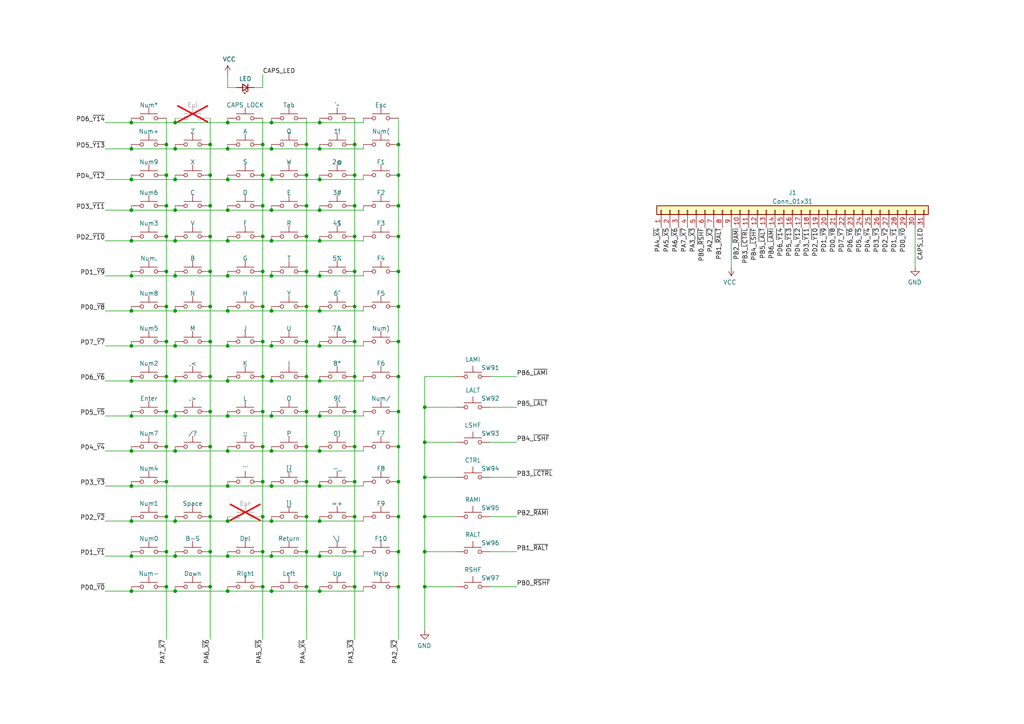
<source format=kicad_sch>
(kicad_sch (version 20230121) (generator eeschema)
  (paper "A4")
  (lib_symbols
    (symbol "Connector_Generic:Conn_01x31" (pin_names (offset 1.016) hide)
      (property "Reference" "J" (at 0 40.64 0))
      (property "Value" "Conn_01x31" (at 0 -40.64 0))
      (symbol "Conn_01x31_1_1"
        (pin passive line (at -5.08 38.1 0) (length 3.81) (name "Pin_1") (number "1"))
        (pin passive line (at -5.08 15.24 0) (length 3.81) (name "Pin_10") (number "10"))
        (pin passive line (at -5.08 12.7 0) (length 3.81) (name "Pin_11") (number "11"))
        (pin passive line (at -5.08 10.16 0) (length 3.81) (name "Pin_12") (number "12"))
        (pin passive line (at -5.08 7.62 0) (length 3.81) (name "Pin_13") (number "13"))
        (pin passive line (at -5.08 5.08 0) (length 3.81) (name "Pin_14") (number "14"))
        (pin passive line (at -5.08 2.54 0) (length 3.81) (name "Pin_15") (number "15"))
        (pin passive line (at -5.08 0 0) (length 3.81) (name "Pin_16") (number "16"))
        (pin passive line (at -5.08 -2.54 0) (length 3.81) (name "Pin_17") (number "17"))
        (pin passive line (at -5.08 -5.08 0) (length 3.81) (name "Pin_18") (number "18"))
        (pin passive line (at -5.08 -7.62 0) (length 3.81) (name "Pin_19") (number "19"))
        (pin passive line (at -5.08 35.56 0) (length 3.81) (name "Pin_2") (number "2"))
        (pin passive line (at -5.08 -10.16 0) (length 3.81) (name "Pin_20") (number "20"))
        (pin passive line (at -5.08 -12.7 0) (length 3.81) (name "Pin_21") (number "21"))
        (pin passive line (at -5.08 -15.24 0) (length 3.81) (name "Pin_22") (number "22"))
        (pin passive line (at -5.08 -17.78 0) (length 3.81) (name "Pin_23") (number "23"))
        (pin passive line (at -5.08 -20.32 0) (length 3.81) (name "Pin_24") (number "24"))
        (pin passive line (at -5.08 -22.86 0) (length 3.81) (name "Pin_25") (number "25"))
        (pin passive line (at -5.08 -25.4 0) (length 3.81) (name "Pin_26") (number "26"))
        (pin passive line (at -5.08 -27.94 0) (length 3.81) (name "Pin_27") (number "27"))
        (pin passive line (at -5.08 -30.48 0) (length 3.81) (name "Pin_28") (number "28"))
        (pin passive line (at -5.08 -33.02 0) (length 3.81) (name "Pin_29") (number "29"))
        (pin passive line (at -5.08 33.02 0) (length 3.81) (name "Pin_3") (number "3"))
        (pin passive line (at -5.08 -35.56 0) (length 3.81) (name "Pin_30") (number "30"))
        (pin passive line (at -5.08 -38.1 0) (length 3.81) (name "Pin_31") (number "31"))
        (pin passive line (at -5.08 30.48 0) (length 3.81) (name "Pin_4") (number "4"))
        (pin passive line (at -5.08 27.94 0) (length 3.81) (name "Pin_5") (number "5"))
        (pin passive line (at -5.08 25.4 0) (length 3.81) (name "Pin_6") (number "6"))
        (pin passive line (at -5.08 22.86 0) (length 3.81) (name "Pin_7") (number "7"))
        (pin passive line (at -5.08 20.32 0) (length 3.81) (name "Pin_8") (number "8"))
        (pin passive line (at -5.08 17.78 0) (length 3.81) (name "Pin_9") (number "9"))
      )
    )
    (symbol "Device:LED_Small" (pin_numbers hide) (pin_names (offset 0.254) hide)
      (property "Reference" "D" (at -1.27 3.175 0))
      (property "Value" "LED_Small" (at -4.445 -2.54 0))
      (symbol "LED_Small_1_1"
        (pin passive line (at -2.54 0 0) (length 1.778) (name "K") (number "1"))
        (pin passive line (at 2.54 0 180) (length 1.778) (name "A") (number "2"))
      )
    )
    (symbol "Switch:SW_Push" (pin_numbers hide) (pin_names (offset 1.016) hide)
      (property "Reference" "SW" (at 1.27 2.54 0))
      (property "Value" "SW_Push" (at 0 -1.524 0))
      (symbol "SW_Push_0_1"
        (pin passive line (at -5.08 0 0) (length 2.54) (name "1") (number "1"))
        (pin passive line (at 5.08 0 180) (length 2.54) (name "2") (number "2"))
      )
    )
    (symbol "power:GND" (power) (pin_names (offset 0))
      (property "Value" "GND" (at 0 -3.81 0))
      (symbol "GND_1_1"
        (pin power_in line (at 0 0 270) (length 0) hide (name "GND") (number "1"))
      )
    )
    (symbol "power:VCC" (power) (pin_names (offset 0))
      (property "Value" "VCC" (at 0 3.81 0))
      (symbol "VCC_1_1"
        (pin power_in line (at 0 0 90) (length 0) hide (name "VCC") (number "1"))
      )
    )
  )
  (junction (at 66.04 52.07))
  (junction (at 38.1 52.07))
  (junction (at 92.71 161.29))
  (junction (at 50.8 60.96))
  (junction (at 92.71 52.07))
  (junction (at 92.71 35.56))
  (junction (at 60.96 41.91))
  (junction (at 92.71 43.18))
  (junction (at 48.26 119.38))
  (junction (at 38.1 151.13))
  (junction (at 92.71 130.81))
  (junction (at 66.04 140.97))
  (junction (at 92.71 110.49))
  (junction (at 123.19 160.02))
  (junction (at 92.71 90.17))
  (junction (at 76.2 99.06))
  (junction (at 66.04 100.33))
  (junction (at 88.9 170.18))
  (junction (at 48.26 99.06))
  (junction (at 76.2 59.69))
  (junction (at 115.57 88.9))
  (junction (at 92.71 140.97))
  (junction (at 60.96 59.69))
  (junction (at 92.71 151.13))
  (junction (at 60.96 119.38))
  (junction (at 88.9 41.91))
  (junction (at 78.74 161.29))
  (junction (at 50.8 110.49))
  (junction (at 66.04 161.29))
  (junction (at 102.87 88.9))
  (junction (at 66.04 110.49))
  (junction (at 88.9 68.58))
  (junction (at 60.96 160.02))
  (junction (at 66.04 80.01))
  (junction (at 60.96 129.54))
  (junction (at 78.74 110.49))
  (junction (at 66.04 35.56))
  (junction (at 88.9 119.38))
  (junction (at 92.71 80.01))
  (junction (at 123.19 128.27))
  (junction (at 102.87 78.74))
  (junction (at 78.74 171.45))
  (junction (at 60.96 50.8))
  (junction (at 102.87 139.7))
  (junction (at 48.26 170.18))
  (junction (at 50.8 35.56))
  (junction (at 92.71 171.45))
  (junction (at 50.8 52.07))
  (junction (at 66.04 69.85))
  (junction (at 92.71 120.65))
  (junction (at 115.57 149.86))
  (junction (at 88.9 109.22))
  (junction (at 50.8 120.65))
  (junction (at 66.04 151.13))
  (junction (at 115.57 109.22))
  (junction (at 78.74 90.17))
  (junction (at 48.26 160.02))
  (junction (at 76.2 119.38))
  (junction (at 102.87 170.18))
  (junction (at 76.2 129.54))
  (junction (at 88.9 78.74))
  (junction (at 38.1 120.65))
  (junction (at 60.96 99.06))
  (junction (at 78.74 130.81))
  (junction (at 38.1 90.17))
  (junction (at 115.57 41.91))
  (junction (at 78.74 43.18))
  (junction (at 102.87 109.22))
  (junction (at 92.71 60.96))
  (junction (at 92.71 100.33))
  (junction (at 88.9 160.02))
  (junction (at 78.74 52.07))
  (junction (at 88.9 129.54))
  (junction (at 66.04 171.45))
  (junction (at 48.26 139.7))
  (junction (at 50.8 90.17))
  (junction (at 123.19 138.43))
  (junction (at 123.19 170.18))
  (junction (at 88.9 99.06))
  (junction (at 78.74 60.96))
  (junction (at 38.1 171.45))
  (junction (at 50.8 100.33))
  (junction (at 102.87 129.54))
  (junction (at 102.87 41.91))
  (junction (at 102.87 119.38))
  (junction (at 78.74 69.85))
  (junction (at 66.04 120.65))
  (junction (at 38.1 140.97))
  (junction (at 76.2 160.02))
  (junction (at 60.96 170.18))
  (junction (at 48.26 50.8))
  (junction (at 76.2 50.8))
  (junction (at 38.1 100.33))
  (junction (at 76.2 149.86))
  (junction (at 48.26 149.86))
  (junction (at 48.26 109.22))
  (junction (at 38.1 80.01))
  (junction (at 76.2 139.7))
  (junction (at 78.74 120.65))
  (junction (at 50.8 69.85))
  (junction (at 115.57 50.8))
  (junction (at 60.96 68.58))
  (junction (at 66.04 43.18))
  (junction (at 48.26 59.69))
  (junction (at 50.8 151.13))
  (junction (at 92.71 69.85))
  (junction (at 38.1 35.56))
  (junction (at 102.87 50.8))
  (junction (at 48.26 41.91))
  (junction (at 78.74 35.56))
  (junction (at 66.04 130.81))
  (junction (at 60.96 78.74))
  (junction (at 50.8 80.01))
  (junction (at 78.74 140.97))
  (junction (at 76.2 109.22))
  (junction (at 115.57 170.18))
  (junction (at 48.26 88.9))
  (junction (at 88.9 139.7))
  (junction (at 48.26 78.74))
  (junction (at 115.57 78.74))
  (junction (at 66.04 60.96))
  (junction (at 115.57 139.7))
  (junction (at 78.74 151.13))
  (junction (at 102.87 59.69))
  (junction (at 38.1 161.29))
  (junction (at 115.57 68.58))
  (junction (at 88.9 149.86))
  (junction (at 50.8 130.81))
  (junction (at 115.57 59.69))
  (junction (at 102.87 149.86))
  (junction (at 60.96 149.86))
  (junction (at 76.2 41.91))
  (junction (at 102.87 68.58))
  (junction (at 50.8 171.45))
  (junction (at 66.04 90.17))
  (junction (at 38.1 60.96))
  (junction (at 78.74 100.33))
  (junction (at 38.1 69.85))
  (junction (at 102.87 99.06))
  (junction (at 115.57 160.02))
  (junction (at 50.8 161.29))
  (junction (at 88.9 50.8))
  (junction (at 88.9 59.69))
  (junction (at 102.87 160.02))
  (junction (at 76.2 170.18))
  (junction (at 115.57 129.54))
  (junction (at 38.1 43.18))
  (junction (at 115.57 99.06))
  (junction (at 78.74 80.01))
  (junction (at 48.26 129.54))
  (junction (at 115.57 119.38))
  (junction (at 76.2 78.74))
  (junction (at 38.1 130.81))
  (junction (at 76.2 88.9))
  (junction (at 123.19 149.86))
  (junction (at 123.19 118.11))
  (junction (at 50.8 43.18))
  (junction (at 60.96 109.22))
  (junction (at 48.26 68.58))
  (junction (at 60.96 88.9))
  (junction (at 76.2 68.58))
  (junction (at 38.1 110.49))
  (junction (at 88.9 88.9))
  (wire (pts (xy 66.04 170.18) (xy 66.04 171.45)))
  (wire (pts (xy 38.1 90.17) (xy 38.1 88.9)))
  (wire (pts (xy 92.71 50.8) (xy 92.71 52.07)))
  (wire (pts (xy 50.8 68.58) (xy 50.8 69.85)))
  (wire (pts (xy 66.04 100.33) (xy 78.74 100.33)))
  (wire (pts (xy 66.04 130.81) (xy 78.74 130.81)))
  (wire (pts (xy 88.9 99.06) (xy 88.9 109.22)))
  (wire (pts (xy 149.86 149.86) (xy 142.24 149.86)))
  (wire (pts (xy 102.87 119.38) (xy 102.87 129.54)))
  (wire (pts (xy 66.04 52.07) (xy 78.74 52.07)))
  (wire (pts (xy 38.1 43.18) (xy 50.8 43.18)))
  (wire (pts (xy 30.48 100.33) (xy 38.1 100.33)))
  (wire (pts (xy 105.41 52.07) (xy 105.41 50.8)))
  (wire (pts (xy 105.41 90.17) (xy 105.41 88.9)))
  (wire (pts (xy 92.71 119.38) (xy 92.71 120.65)))
  (wire (pts (xy 132.08 149.86) (xy 123.19 149.86)))
  (wire (pts (xy 50.8 99.06) (xy 50.8 100.33)))
  (wire (pts (xy 38.1 110.49) (xy 50.8 110.49)))
  (wire (pts (xy 30.48 120.65) (xy 38.1 120.65)))
  (wire (pts (xy 60.96 109.22) (xy 60.96 119.38)))
  (wire (pts (xy 66.04 109.22) (xy 66.04 110.49)))
  (wire (pts (xy 38.1 43.18) (xy 38.1 41.91)))
  (wire (pts (xy 132.08 170.18) (xy 123.19 170.18)))
  (wire (pts (xy 115.57 109.22) (xy 115.57 119.38)))
  (wire (pts (xy 76.2 129.54) (xy 76.2 139.7)))
  (wire (pts (xy 66.04 68.58) (xy 66.04 69.85)))
  (wire (pts (xy 92.71 90.17) (xy 105.41 90.17)))
  (wire (pts (xy 78.74 140.97) (xy 92.71 140.97)))
  (wire (pts (xy 212.09 66.04) (xy 212.09 77.47)))
  (wire (pts (xy 92.71 35.56) (xy 105.41 35.56)))
  (wire (pts (xy 142.24 109.22) (xy 149.86 109.22)))
  (wire (pts (xy 115.57 78.74) (xy 115.57 88.9)))
  (wire (pts (xy 92.71 139.7) (xy 92.71 140.97)))
  (wire (pts (xy 48.26 59.69) (xy 48.26 68.58)))
  (wire (pts (xy 48.26 88.9) (xy 48.26 99.06)))
  (wire (pts (xy 66.04 80.01) (xy 78.74 80.01)))
  (wire (pts (xy 30.48 69.85) (xy 38.1 69.85)))
  (wire (pts (xy 149.86 160.02) (xy 142.24 160.02)))
  (wire (pts (xy 38.1 69.85) (xy 38.1 68.58)))
  (wire (pts (xy 66.04 129.54) (xy 66.04 130.81)))
  (wire (pts (xy 102.87 50.8) (xy 102.87 59.69)))
  (wire (pts (xy 92.71 99.06) (xy 92.71 100.33)))
  (wire (pts (xy 78.74 160.02) (xy 78.74 161.29)))
  (wire (pts (xy 123.19 118.11) (xy 123.19 128.27)))
  (wire (pts (xy 132.08 118.11) (xy 123.19 118.11)))
  (wire (pts (xy 50.8 35.56) (xy 66.04 35.56)))
  (wire (pts (xy 92.71 69.85) (xy 105.41 69.85)))
  (wire (pts (xy 102.87 149.86) (xy 102.87 160.02)))
  (wire (pts (xy 48.26 129.54) (xy 48.26 139.7)))
  (wire (pts (xy 66.04 41.91) (xy 66.04 43.18)))
  (wire (pts (xy 92.71 78.74) (xy 92.71 80.01)))
  (wire (pts (xy 38.1 35.56) (xy 50.8 35.56)))
  (wire (pts (xy 50.8 52.07) (xy 66.04 52.07)))
  (wire (pts (xy 78.74 50.8) (xy 78.74 52.07)))
  (wire (pts (xy 30.48 80.01) (xy 38.1 80.01)))
  (wire (pts (xy 66.04 34.29) (xy 66.04 35.56)))
  (wire (pts (xy 92.71 170.18) (xy 92.71 171.45)))
  (wire (pts (xy 123.19 128.27) (xy 123.19 138.43)))
  (wire (pts (xy 78.74 80.01) (xy 92.71 80.01)))
  (wire (pts (xy 30.48 60.96) (xy 38.1 60.96)))
  (wire (pts (xy 92.71 100.33) (xy 105.41 100.33)))
  (wire (pts (xy 30.48 151.13) (xy 38.1 151.13)))
  (wire (pts (xy 48.26 68.58) (xy 48.26 78.74)))
  (wire (pts (xy 78.74 119.38) (xy 78.74 120.65)))
  (wire (pts (xy 78.74 60.96) (xy 92.71 60.96)))
  (wire (pts (xy 66.04 161.29) (xy 78.74 161.29)))
  (wire (pts (xy 123.19 149.86) (xy 123.19 160.02)))
  (wire (pts (xy 78.74 151.13) (xy 92.71 151.13)))
  (wire (pts (xy 76.2 119.38) (xy 76.2 129.54)))
  (wire (pts (xy 60.96 50.8) (xy 60.96 59.69)))
  (wire (pts (xy 78.74 100.33) (xy 92.71 100.33)))
  (wire (pts (xy 115.57 34.29) (xy 115.57 41.91)))
  (wire (pts (xy 50.8 60.96) (xy 66.04 60.96)))
  (wire (pts (xy 149.86 138.43) (xy 142.24 138.43)))
  (wire (pts (xy 149.86 118.11) (xy 142.24 118.11)))
  (wire (pts (xy 88.9 149.86) (xy 88.9 139.7)))
  (wire (pts (xy 132.08 109.22) (xy 123.19 109.22)))
  (wire (pts (xy 66.04 160.02) (xy 66.04 161.29)))
  (wire (pts (xy 123.19 170.18) (xy 123.19 182.88)))
  (wire (pts (xy 66.04 69.85) (xy 78.74 69.85)))
  (wire (pts (xy 105.41 80.01) (xy 105.41 78.74)))
  (wire (pts (xy 78.74 161.29) (xy 92.71 161.29)))
  (wire (pts (xy 30.48 171.45) (xy 38.1 171.45)))
  (wire (pts (xy 50.8 151.13) (xy 66.04 151.13)))
  (wire (pts (xy 66.04 99.06) (xy 66.04 100.33)))
  (wire (pts (xy 102.87 139.7) (xy 102.87 149.86)))
  (wire (pts (xy 38.1 130.81) (xy 38.1 129.54)))
  (wire (pts (xy 50.8 149.86) (xy 50.8 151.13)))
  (wire (pts (xy 115.57 68.58) (xy 115.57 78.74)))
  (wire (pts (xy 115.57 139.7) (xy 115.57 149.86)))
  (wire (pts (xy 38.1 140.97) (xy 66.04 140.97)))
  (wire (pts (xy 78.74 130.81) (xy 92.71 130.81)))
  (wire (pts (xy 66.04 139.7) (xy 66.04 140.97)))
  (wire (pts (xy 48.26 149.86) (xy 48.26 160.02)))
  (wire (pts (xy 50.8 109.22) (xy 50.8 110.49)))
  (wire (pts (xy 115.57 59.69) (xy 115.57 68.58)))
  (wire (pts (xy 115.57 41.91) (xy 115.57 50.8)))
  (wire (pts (xy 88.9 88.9) (xy 88.9 99.06)))
  (wire (pts (xy 123.19 160.02) (xy 123.19 170.18)))
  (wire (pts (xy 78.74 149.86) (xy 78.74 151.13)))
  (wire (pts (xy 50.8 129.54) (xy 50.8 130.81)))
  (wire (pts (xy 60.96 41.91) (xy 60.96 50.8)))
  (wire (pts (xy 60.96 160.02) (xy 60.96 170.18)))
  (wire (pts (xy 78.74 129.54) (xy 78.74 130.81)))
  (wire (pts (xy 30.48 35.56) (xy 38.1 35.56)))
  (wire (pts (xy 78.74 41.91) (xy 78.74 43.18)))
  (wire (pts (xy 38.1 100.33) (xy 38.1 99.06)))
  (wire (pts (xy 105.41 43.18) (xy 105.41 41.91)))
  (wire (pts (xy 78.74 110.49) (xy 92.71 110.49)))
  (wire (pts (xy 30.48 90.17) (xy 38.1 90.17)))
  (wire (pts (xy 78.74 90.17) (xy 92.71 90.17)))
  (wire (pts (xy 38.1 80.01) (xy 38.1 78.74)))
  (wire (pts (xy 265.43 66.04) (xy 265.43 77.47)))
  (wire (pts (xy 60.96 170.18) (xy 60.96 185.42)))
  (wire (pts (xy 76.2 25.4) (xy 73.66 25.4)))
  (wire (pts (xy 92.71 171.45) (xy 105.41 171.45)))
  (wire (pts (xy 92.71 43.18) (xy 92.71 41.91)))
  (wire (pts (xy 30.48 43.18) (xy 38.1 43.18)))
  (wire (pts (xy 78.74 171.45) (xy 92.71 171.45)))
  (wire (pts (xy 92.71 161.29) (xy 105.41 161.29)))
  (wire (pts (xy 76.2 99.06) (xy 76.2 109.22)))
  (wire (pts (xy 50.8 43.18) (xy 66.04 43.18)))
  (wire (pts (xy 38.1 60.96) (xy 38.1 59.69)))
  (wire (pts (xy 50.8 35.56) (xy 50.8 34.29)))
  (wire (pts (xy 50.8 161.29) (xy 66.04 161.29)))
  (wire (pts (xy 78.74 59.69) (xy 78.74 60.96)))
  (wire (pts (xy 88.9 78.74) (xy 88.9 88.9)))
  (wire (pts (xy 48.26 170.18) (xy 48.26 185.42)))
  (wire (pts (xy 105.41 60.96) (xy 105.41 59.69)))
  (wire (pts (xy 88.9 170.18) (xy 88.9 160.02)))
  (wire (pts (xy 60.96 119.38) (xy 60.96 129.54)))
  (wire (pts (xy 132.08 160.02) (xy 123.19 160.02)))
  (wire (pts (xy 102.87 68.58) (xy 102.87 78.74)))
  (wire (pts (xy 66.04 43.18) (xy 78.74 43.18)))
  (wire (pts (xy 66.04 151.13) (xy 78.74 151.13)))
  (wire (pts (xy 88.9 34.29) (xy 88.9 41.91)))
  (wire (pts (xy 38.1 120.65) (xy 38.1 119.38)))
  (wire (pts (xy 38.1 52.07) (xy 38.1 50.8)))
  (wire (pts (xy 92.71 34.29) (xy 92.71 35.56)))
  (wire (pts (xy 76.2 88.9) (xy 76.2 99.06)))
  (wire (pts (xy 88.9 139.7) (xy 88.9 129.54)))
  (wire (pts (xy 50.8 69.85) (xy 66.04 69.85)))
  (wire (pts (xy 102.87 99.06) (xy 102.87 109.22)))
  (wire (pts (xy 38.1 161.29) (xy 38.1 160.02)))
  (wire (pts (xy 50.8 90.17) (xy 66.04 90.17)))
  (wire (pts (xy 38.1 69.85) (xy 50.8 69.85)))
  (wire (pts (xy 30.48 140.97) (xy 38.1 140.97)))
  (wire (pts (xy 50.8 160.02) (xy 50.8 161.29)))
  (wire (pts (xy 92.71 151.13) (xy 105.41 151.13)))
  (wire (pts (xy 38.1 171.45) (xy 38.1 170.18)))
  (wire (pts (xy 149.86 128.27) (xy 142.24 128.27)))
  (wire (pts (xy 78.74 109.22) (xy 78.74 110.49)))
  (wire (pts (xy 105.41 130.81) (xy 105.41 129.54)))
  (wire (pts (xy 78.74 35.56) (xy 92.71 35.56)))
  (wire (pts (xy 78.74 88.9) (xy 78.74 90.17)))
  (wire (pts (xy 132.08 128.27) (xy 123.19 128.27)))
  (wire (pts (xy 102.87 59.69) (xy 102.87 68.58)))
  (wire (pts (xy 105.41 120.65) (xy 105.41 119.38)))
  (wire (pts (xy 66.04 50.8) (xy 66.04 52.07)))
  (wire (pts (xy 92.71 88.9) (xy 92.71 90.17)))
  (wire (pts (xy 78.74 68.58) (xy 78.74 69.85)))
  (wire (pts (xy 92.71 129.54) (xy 92.71 130.81)))
  (wire (pts (xy 76.2 78.74) (xy 76.2 88.9)))
  (wire (pts (xy 76.2 170.18) (xy 76.2 185.42)))
  (wire (pts (xy 88.9 41.91) (xy 88.9 50.8)))
  (wire (pts (xy 115.57 88.9) (xy 115.57 99.06)))
  (wire (pts (xy 76.2 21.59) (xy 76.2 25.4)))
  (wire (pts (xy 38.1 161.29) (xy 50.8 161.29)))
  (wire (pts (xy 142.24 170.18) (xy 149.86 170.18)))
  (wire (pts (xy 78.74 52.07) (xy 92.71 52.07)))
  (wire (pts (xy 66.04 21.59) (xy 66.04 25.4)))
  (wire (pts (xy 76.2 149.86) (xy 76.2 160.02)))
  (wire (pts (xy 38.1 100.33) (xy 50.8 100.33)))
  (wire (pts (xy 38.1 35.56) (xy 38.1 34.29)))
  (wire (pts (xy 66.04 88.9) (xy 66.04 90.17)))
  (wire (pts (xy 76.2 59.69) (xy 76.2 68.58)))
  (wire (pts (xy 48.26 160.02) (xy 48.26 170.18)))
  (wire (pts (xy 105.41 151.13) (xy 105.41 149.86)))
  (wire (pts (xy 76.2 139.7) (xy 76.2 149.86)))
  (wire (pts (xy 38.1 52.07) (xy 50.8 52.07)))
  (wire (pts (xy 66.04 35.56) (xy 78.74 35.56)))
  (wire (pts (xy 105.41 110.49) (xy 105.41 109.22)))
  (wire (pts (xy 48.26 139.7) (xy 48.26 149.86)))
  (wire (pts (xy 105.41 161.29) (xy 105.41 160.02)))
  (wire (pts (xy 66.04 60.96) (xy 78.74 60.96)))
  (wire (pts (xy 92.71 130.81) (xy 105.41 130.81)))
  (wire (pts (xy 38.1 110.49) (xy 38.1 109.22)))
  (wire (pts (xy 92.71 140.97) (xy 105.41 140.97)))
  (wire (pts (xy 66.04 171.45) (xy 78.74 171.45)))
  (wire (pts (xy 66.04 25.4) (xy 68.58 25.4)))
  (wire (pts (xy 102.87 109.22) (xy 102.87 119.38)))
  (wire (pts (xy 30.48 161.29) (xy 38.1 161.29)))
  (wire (pts (xy 92.71 60.96) (xy 105.41 60.96)))
  (wire (pts (xy 66.04 140.97) (xy 78.74 140.97)))
  (wire (pts (xy 92.71 110.49) (xy 105.41 110.49)))
  (wire (pts (xy 60.96 78.74) (xy 60.96 88.9)))
  (wire (pts (xy 102.87 34.29) (xy 102.87 41.91)))
  (wire (pts (xy 92.71 160.02) (xy 92.71 161.29)))
  (wire (pts (xy 78.74 170.18) (xy 78.74 171.45)))
  (wire (pts (xy 88.9 129.54) (xy 88.9 119.38)))
  (wire (pts (xy 30.48 130.81) (xy 38.1 130.81)))
  (wire (pts (xy 102.87 160.02) (xy 102.87 170.18)))
  (wire (pts (xy 115.57 170.18) (xy 115.57 185.42)))
  (wire (pts (xy 30.48 110.49) (xy 38.1 110.49)))
  (wire (pts (xy 105.41 140.97) (xy 105.41 139.7)))
  (wire (pts (xy 50.8 130.81) (xy 66.04 130.81)))
  (wire (pts (xy 50.8 119.38) (xy 50.8 120.65)))
  (wire (pts (xy 123.19 109.22) (xy 123.19 118.11)))
  (wire (pts (xy 115.57 99.06) (xy 115.57 109.22)))
  (wire (pts (xy 66.04 119.38) (xy 66.04 120.65)))
  (wire (pts (xy 78.74 139.7) (xy 78.74 140.97)))
  (wire (pts (xy 48.26 109.22) (xy 48.26 119.38)))
  (wire (pts (xy 50.8 110.49) (xy 66.04 110.49)))
  (wire (pts (xy 76.2 50.8) (xy 76.2 59.69)))
  (wire (pts (xy 102.87 170.18) (xy 102.87 185.42)))
  (wire (pts (xy 78.74 43.18) (xy 92.71 43.18)))
  (wire (pts (xy 88.9 68.58) (xy 88.9 78.74)))
  (wire (pts (xy 92.71 149.86) (xy 92.71 151.13)))
  (wire (pts (xy 105.41 35.56) (xy 105.41 34.29)))
  (wire (pts (xy 48.26 119.38) (xy 48.26 129.54)))
  (wire (pts (xy 78.74 69.85) (xy 92.71 69.85)))
  (wire (pts (xy 60.96 129.54) (xy 60.96 149.86)))
  (wire (pts (xy 48.26 41.91) (xy 48.26 50.8)))
  (wire (pts (xy 50.8 50.8) (xy 50.8 52.07)))
  (wire (pts (xy 60.96 34.29) (xy 60.96 41.91)))
  (wire (pts (xy 105.41 100.33) (xy 105.41 99.06)))
  (wire (pts (xy 50.8 78.74) (xy 50.8 80.01)))
  (wire (pts (xy 50.8 170.18) (xy 50.8 171.45)))
  (wire (pts (xy 66.04 110.49) (xy 78.74 110.49)))
  (wire (pts (xy 78.74 78.74) (xy 78.74 80.01)))
  (wire (pts (xy 105.41 69.85) (xy 105.41 68.58)))
  (wire (pts (xy 88.9 109.22) (xy 88.9 119.38)))
  (wire (pts (xy 50.8 43.18) (xy 50.8 41.91)))
  (wire (pts (xy 66.04 120.65) (xy 78.74 120.65)))
  (wire (pts (xy 66.04 78.74) (xy 66.04 80.01)))
  (wire (pts (xy 92.71 68.58) (xy 92.71 69.85)))
  (wire (pts (xy 50.8 88.9) (xy 50.8 90.17)))
  (wire (pts (xy 115.57 160.02) (xy 115.57 170.18)))
  (wire (pts (xy 38.1 171.45) (xy 50.8 171.45)))
  (wire (pts (xy 88.9 59.69) (xy 88.9 68.58)))
  (wire (pts (xy 92.71 109.22) (xy 92.71 110.49)))
  (wire (pts (xy 48.26 99.06) (xy 48.26 109.22)))
  (wire (pts (xy 115.57 149.86) (xy 115.57 160.02)))
  (wire (pts (xy 38.1 60.96) (xy 50.8 60.96)))
  (wire (pts (xy 60.96 68.58) (xy 60.96 78.74)))
  (wire (pts (xy 102.87 41.91) (xy 102.87 50.8)))
  (wire (pts (xy 92.71 43.18) (xy 105.41 43.18)))
  (wire (pts (xy 92.71 52.07) (xy 105.41 52.07)))
  (wire (pts (xy 115.57 119.38) (xy 115.57 129.54)))
  (wire (pts (xy 92.71 59.69) (xy 92.71 60.96)))
  (wire (pts (xy 66.04 149.86) (xy 66.04 151.13)))
  (wire (pts (xy 102.87 129.54) (xy 102.87 139.7)))
  (wire (pts (xy 76.2 34.29) (xy 76.2 41.91)))
  (wire (pts (xy 50.8 59.69) (xy 50.8 60.96)))
  (wire (pts (xy 132.08 138.43) (xy 123.19 138.43)))
  (wire (pts (xy 50.8 171.45) (xy 66.04 171.45)))
  (wire (pts (xy 78.74 99.06) (xy 78.74 100.33)))
  (wire (pts (xy 115.57 129.54) (xy 115.57 139.7)))
  (wire (pts (xy 60.96 59.69) (xy 60.96 68.58)))
  (wire (pts (xy 38.1 90.17) (xy 50.8 90.17)))
  (wire (pts (xy 50.8 80.01) (xy 66.04 80.01)))
  (wire (pts (xy 88.9 185.42) (xy 88.9 170.18)))
  (wire (pts (xy 66.04 59.69) (xy 66.04 60.96)))
  (wire (pts (xy 48.26 78.74) (xy 48.26 88.9)))
  (wire (pts (xy 78.74 120.65) (xy 92.71 120.65)))
  (wire (pts (xy 48.26 50.8) (xy 48.26 59.69)))
  (wire (pts (xy 88.9 50.8) (xy 88.9 59.69)))
  (wire (pts (xy 50.8 100.33) (xy 66.04 100.33)))
  (wire (pts (xy 60.96 88.9) (xy 60.96 99.06)))
  (wire (pts (xy 78.74 35.56) (xy 78.74 34.29)))
  (wire (pts (xy 102.87 88.9) (xy 102.87 99.06)))
  (wire (pts (xy 38.1 80.01) (xy 50.8 80.01)))
  (wire (pts (xy 48.26 34.29) (xy 48.26 41.91)))
  (wire (pts (xy 38.1 140.97) (xy 38.1 139.7)))
  (wire (pts (xy 38.1 151.13) (xy 50.8 151.13)))
  (wire (pts (xy 38.1 120.65) (xy 50.8 120.65)))
  (wire (pts (xy 76.2 68.58) (xy 76.2 78.74)))
  (wire (pts (xy 66.04 90.17) (xy 78.74 90.17)))
  (wire (pts (xy 105.41 171.45) (xy 105.41 170.18)))
  (wire (pts (xy 38.1 151.13) (xy 38.1 149.86)))
  (wire (pts (xy 38.1 130.81) (xy 50.8 130.81)))
  (wire (pts (xy 50.8 120.65) (xy 66.04 120.65)))
  (wire (pts (xy 92.71 80.01) (xy 105.41 80.01)))
  (wire (pts (xy 92.71 120.65) (xy 105.41 120.65)))
  (wire (pts (xy 123.19 138.43) (xy 123.19 149.86)))
  (wire (pts (xy 60.96 99.06) (xy 60.96 109.22)))
  (wire (pts (xy 76.2 160.02) (xy 76.2 170.18)))
  (wire (pts (xy 102.87 78.74) (xy 102.87 88.9)))
  (wire (pts (xy 60.96 149.86) (xy 60.96 160.02)))
  (wire (pts (xy 76.2 109.22) (xy 76.2 119.38)))
  (wire (pts (xy 76.2 41.91) (xy 76.2 50.8)))
  (wire (pts (xy 30.48 52.07) (xy 38.1 52.07)))
  (wire (pts (xy 88.9 160.02) (xy 88.9 149.86)))
  (wire (pts (xy 115.57 50.8) (xy 115.57 59.69)))
  (label "PA2_~{X2}" (at 115.57 185.42 270))
  (label "PD3_~{Y11}" (at 30.48 60.96 180))
  (label "PA6_~{X6}" (at 196.85 66.04 270))
  (label "PB6_~{LAMI}" (at 149.86 109.22 0))
  (label "PD6_~{Y6}" (at 247.65 66.04 270))
  (label "PB5_~{LALT}" (at 149.86 118.11 0))
  (label "PA2_~{X2}" (at 207.01 66.04 270))
  (label "PA4_~{X4}" (at 88.9 185.42 270))
  (label "PD0_~{Y0}" (at 262.89 66.04 270))
  (label "PA7_~{X7}" (at 199.39 66.04 270))
  (label "PD6_~{Y14}" (at 227.33 66.04 270))
  (label "PD4_~{Y4}" (at 30.48 130.81 180))
  (label "PB3_~{LCTRL}" (at 217.17 66.04 270))
  (label "PD6_~{Y14}" (at 30.48 35.56 180))
  (label "CAPS_LED" (at 76.2 21.59 0))
  (label "PD4_~{Y12}" (at 30.48 52.07 180))
  (label "CAPS_LED" (at 267.97 66.04 270))
  (label "PA5_~{X5}" (at 194.31 66.04 270))
  (label "PA3_~{X3}" (at 102.87 185.42 270))
  (label "PD5_~{Y5}" (at 250.19 66.04 270))
  (label "PB4_~{LSHF}" (at 219.71 66.04 270))
  (label "PA6_~{X6}" (at 60.96 185.42 270))
  (label "PB1_~{RALT}" (at 209.55 66.04 270))
  (label "PD6_~{Y6}" (at 30.48 110.49 180))
  (label "PD1_~{Y1}" (at 260.35 66.04 270))
  (label "PA5_~{X5}" (at 76.2 185.42 270))
  (label "PD2_~{Y2}" (at 30.48 151.13 180))
  (label "PA7_~{X7}" (at 48.26 185.42 270))
  (label "PD3_~{Y11}" (at 234.95 66.04 270))
  (label "PD5_~{Y13}" (at 30.48 43.18 180))
  (label "PD1_~{Y1}" (at 30.48 161.29 180))
  (label "PB3_~{LCTRL}" (at 149.86 138.43 0))
  (label "PB2_~{RAMI}" (at 214.63 66.04 270))
  (label "PD0_~{Y0}" (at 30.48 171.45 180))
  (label "PA3_~{X3}" (at 201.93 66.04 270))
  (label "PB5_~{LALT}" (at 222.25 66.04 270))
  (label "PB6_~{LAMI}" (at 224.79 66.04 270))
  (label "PD1_~{Y9}" (at 240.03 66.04 270))
  (label "PB4_~{LSHF}" (at 149.86 128.27 0))
  (label "PD0_~{Y8}" (at 242.57 66.04 270))
  (label "PD3_~{Y3}" (at 255.27 66.04 270))
  (label "PB0_~{RSHF}" (at 149.86 170.18 0))
  (label "PD7_~{Y7}" (at 30.48 100.33 180))
  (label "PD4_~{Y4}" (at 252.73 66.04 270))
  (label "PD5_~{Y13}" (at 229.87 66.04 270))
  (label "PD2_~{Y2}" (at 257.81 66.04 270))
  (label "PD2_~{Y10}" (at 237.49 66.04 270))
  (label "PB0_~{RSHF}" (at 204.47 66.04 270))
  (label "PB2_~{RAMI}" (at 149.86 149.86 0))
  (label "PB1_~{RALT}" (at 149.86 160.02 0))
  (label "PD1_~{Y9}" (at 30.48 80.01 180))
  (label "PA4_~{X4}" (at 191.77 66.04 270))
  (label "PD2_~{Y10}" (at 30.48 69.85 180))
  (label "PD4_~{Y12}" (at 232.41 66.04 270))
  (label "PD5_~{Y5}" (at 30.48 120.65 180))
  (label "PD3_~{Y3}" (at 30.48 140.97 180))
  (label "PD7_~{Y7}" (at 245.11 66.04 270))
  (label "PD0_~{Y8}" (at 30.48 90.17 180))
  (symbol (lib_id "power:GND") (at 123.19 182.88 0) (mirror y) (unit 1)
    (property "Reference" "#PWR0101" (effects hide))
    (property "Value" "GND" (at 123.063 187.2742 0))
  )
  (symbol (lib_id "power:VCC") (at 66.04 21.59 0) (unit 1)
    (property "Reference" "#PWR0102" (effects hide))
    (property "Value" "VCC" (at 66.4718 17.1958 0))
  )
  (symbol (lib_id "Switch:SW_Push") (at 137.16 170.18 0) (mirror y) (unit 1)
    (property "Reference" "SW97" (at 142.24 167.64 0))
    (property "Value" "RSHF" (at 137.16 165.2524 0))
    (property "Footprint" "Amiga A500 Keyboard - Mitsumi Membrane:Amiga_Mitsumi_Key_Pad" (effects hide))
  )
  (symbol (lib_id "Switch:SW_Push") (at 137.16 160.02 0) (mirror y) (unit 1)
    (property "Reference" "SW96" (at 142.24 157.48 0))
    (property "Value" "RALT" (at 137.16 155.0924 0))
    (property "Footprint" "Amiga A500 Keyboard - Mitsumi Membrane:Amiga_Mitsumi_Key_Pad" (effects hide))
  )
  (symbol (lib_id "Switch:SW_Push") (at 137.16 149.86 0) (mirror y) (unit 1)
    (property "Reference" "SW95" (at 142.24 147.32 0))
    (property "Value" "RAMI" (at 137.16 144.9324 0))
    (property "Footprint" "Amiga A500 Keyboard - Mitsumi Membrane:Amiga_Mitsumi_Key_Pad" (effects hide))
  )
  (symbol (lib_id "Switch:SW_Push") (at 137.16 138.43 0) (mirror y) (unit 1)
    (property "Reference" "SW94" (at 142.24 135.89 0))
    (property "Value" "CTRL" (at 137.16 133.5024 0))
    (property "Footprint" "Amiga A500 Keyboard - Mitsumi Membrane:Amiga_Mitsumi_Key_Pad" (effects hide))
  )
  (symbol (lib_id "Switch:SW_Push") (at 137.16 128.27 0) (mirror y) (unit 1)
    (property "Reference" "SW93" (at 142.24 125.73 0))
    (property "Value" "LSHF" (at 137.16 123.3424 0))
    (property "Footprint" "Amiga A500 Keyboard - Mitsumi Membrane:Amiga_Mitsumi_Key_Pad" (effects hide))
  )
  (symbol (lib_id "Switch:SW_Push") (at 137.16 118.11 0) (mirror y) (unit 1)
    (property "Reference" "SW92" (at 142.24 115.57 0))
    (property "Value" "LALT" (at 137.16 113.1824 0))
    (property "Footprint" "Amiga A500 Keyboard - Mitsumi Membrane:Amiga_Mitsumi_Key_Pad" (effects hide))
  )
  (symbol (lib_id "Switch:SW_Push") (at 137.16 109.22 0) (mirror y) (unit 1)
    (property "Reference" "SW91" (at 142.24 106.68 0))
    (property "Value" "LAMI" (at 137.16 104.2924 0))
    (property "Footprint" "Amiga A500 Keyboard - Mitsumi Membrane:Amiga_Mitsumi_Key_Pad" (effects hide))
  )
  (symbol (lib_id "Switch:SW_Push") (at 43.18 34.29 0) (unit 1)
    (property "Reference" "SW1" (effects hide))
    (property "Value" "Num*" (at 43.18 30.48 0))
    (property "Footprint" "Amiga A500 Keyboard - Mitsumi Membrane:Amiga_Mitsumi_Key_Pad" (effects hide))
  )
  (symbol (lib_id "Switch:SW_Push") (at 43.18 41.91 0) (unit 1)
    (property "Reference" "SW2" (effects hide))
    (property "Value" "Num+" (at 43.18 38.1 0))
    (property "Footprint" "Amiga A500 Keyboard - Mitsumi Membrane:Amiga_Mitsumi_Key_Pad" (effects hide))
  )
  (symbol (lib_id "Switch:SW_Push") (at 55.88 34.29 0) (unit 1) (in_bom no) (on_board no) (dnp yes)
    (property "Reference" "SW16" (effects hide))
    (property "Value" "Eul" (at 55.88 30.48 0))
    (property "Footprint" "Amiga A500 Keyboard - Mitsumi Membrane:Amiga_Mitsumi_Key_Pad" (effects hide))
    (property "Sim.Enable" "0" (effects hide))
  )
  (symbol (lib_id "Switch:SW_Push") (at 43.18 50.8 0) (unit 1)
    (property "Reference" "SW3" (effects hide))
    (property "Value" "Num9" (at 43.18 46.99 0))
    (property "Footprint" "Amiga A500 Keyboard - Mitsumi Membrane:Amiga_Mitsumi_Key_Pad" (effects hide))
  )
  (symbol (lib_id "Switch:SW_Push") (at 43.18 59.69 0) (unit 1)
    (property "Reference" "SW4" (effects hide))
    (property "Value" "Num6" (at 43.18 55.88 0))
    (property "Footprint" "Amiga A500 Keyboard - Mitsumi Membrane:Amiga_Mitsumi_Key_Pad" (effects hide))
  )
  (symbol (lib_id "Switch:SW_Push") (at 43.18 68.58 0) (unit 1)
    (property "Reference" "SW5" (effects hide))
    (property "Value" "Num3" (at 43.18 64.77 0))
    (property "Footprint" "Amiga A500 Keyboard - Mitsumi Membrane:Amiga_Mitsumi_Key_Pad" (effects hide))
  )
  (symbol (lib_id "Switch:SW_Push") (at 43.18 78.74 0) (unit 1)
    (property "Reference" "SW6" (effects hide))
    (property "Value" "Num." (at 43.18 74.93 0))
    (property "Footprint" "Amiga A500 Keyboard - Mitsumi Membrane:Amiga_Mitsumi_Key_Pad" (effects hide))
  )
  (symbol (lib_id "Switch:SW_Push") (at 43.18 88.9 0) (unit 1)
    (property "Reference" "SW7" (effects hide))
    (property "Value" "Num8" (at 43.18 85.09 0))
    (property "Footprint" "Amiga A500 Keyboard - Mitsumi Membrane:Amiga_Mitsumi_Key_Pad" (effects hide))
  )
  (symbol (lib_id "Switch:SW_Push") (at 43.18 99.06 0) (unit 1)
    (property "Reference" "SW8" (effects hide))
    (property "Value" "Num5" (at 43.18 95.25 0))
    (property "Footprint" "Amiga A500 Keyboard - Mitsumi Membrane:Amiga_Mitsumi_Key_Pad" (effects hide))
  )
  (symbol (lib_id "Switch:SW_Push") (at 43.18 109.22 0) (unit 1)
    (property "Reference" "SW9" (effects hide))
    (property "Value" "Num2" (at 43.18 105.41 0))
    (property "Footprint" "Amiga A500 Keyboard - Mitsumi Membrane:Amiga_Mitsumi_Key_Pad" (effects hide))
  )
  (symbol (lib_id "Switch:SW_Push") (at 43.18 119.38 0) (unit 1)
    (property "Reference" "SW10" (effects hide))
    (property "Value" "Enter" (at 43.18 115.57 0))
    (property "Footprint" "Amiga A500 Keyboard - Mitsumi Membrane:Amiga_Mitsumi_Key_Pad" (effects hide))
  )
  (symbol (lib_id "Switch:SW_Push") (at 43.18 129.54 0) (unit 1)
    (property "Reference" "SW11" (effects hide))
    (property "Value" "Num7" (at 43.18 125.73 0))
    (property "Footprint" "Amiga A500 Keyboard - Mitsumi Membrane:Amiga_Mitsumi_Key_Pad" (effects hide))
  )
  (symbol (lib_id "Switch:SW_Push") (at 43.18 139.7 0) (unit 1)
    (property "Reference" "SW12" (effects hide))
    (property "Value" "Num4" (at 43.18 135.89 0))
    (property "Footprint" "Amiga A500 Keyboard - Mitsumi Membrane:Amiga_Mitsumi_Key_Pad" (effects hide))
  )
  (symbol (lib_id "Switch:SW_Push") (at 43.18 149.86 0) (unit 1)
    (property "Reference" "SW13" (effects hide))
    (property "Value" "Num1" (at 43.18 146.05 0))
    (property "Footprint" "Amiga A500 Keyboard - Mitsumi Membrane:Amiga_Mitsumi_Key_Pad" (effects hide))
  )
  (symbol (lib_id "Switch:SW_Push") (at 43.18 160.02 0) (unit 1)
    (property "Reference" "SW14" (effects hide))
    (property "Value" "Num0" (at 43.18 156.21 0))
    (property "Footprint" "Amiga A500 Keyboard - Mitsumi Membrane:Amiga_Mitsumi_Key_Pad" (effects hide))
  )
  (symbol (lib_id "Switch:SW_Push") (at 43.18 170.18 0) (unit 1)
    (property "Reference" "SW15" (effects hide))
    (property "Value" "Num-" (at 43.18 166.37 0))
    (property "Footprint" "Amiga A500 Keyboard - Mitsumi Membrane:Amiga_Mitsumi_Key_Pad" (effects hide))
  )
  (symbol (lib_id "Switch:SW_Push") (at 71.12 34.29 0) (unit 1)
    (property "Reference" "SW30" (effects hide))
    (property "Value" "CAPS LOCK" (at 71.12 30.48 0))
    (property "Footprint" "Amiga A500 Keyboard - Mitsumi Membrane:Amiga_Mitsumi_Key_Pad" (effects hide))
  )
  (symbol (lib_id "Switch:SW_Push") (at 83.82 34.29 0) (unit 1)
    (property "Reference" "SW45" (effects hide))
    (property "Value" "Tab" (at 83.82 30.48 0))
    (property "Footprint" "Amiga A500 Keyboard - Mitsumi Membrane:Amiga_Mitsumi_Key_Pad" (effects hide))
  )
  (symbol (lib_id "Switch:SW_Push") (at 55.88 41.91 0) (unit 1)
    (property "Reference" "SW17" (effects hide))
    (property "Value" "Z" (at 55.88 38.1 0))
    (property "Footprint" "Amiga A500 Keyboard - Mitsumi Membrane:Amiga_Mitsumi_Key_Pad" (effects hide))
  )
  (symbol (lib_id "Switch:SW_Push") (at 97.79 34.29 0) (unit 1)
    (property "Reference" "SW60" (effects hide))
    (property "Value" "`~" (at 97.79 30.48 0))
    (property "Footprint" "Amiga A500 Keyboard - Mitsumi Membrane:Amiga_Mitsumi_Key_Pad" (effects hide))
  )
  (symbol (lib_id "Switch:SW_Push") (at 110.49 34.29 0) (unit 1)
    (property "Reference" "SW75" (effects hide))
    (property "Value" "Esc" (at 110.49 30.48 0))
    (property "Footprint" "Amiga A500 Keyboard - Mitsumi Membrane:Amiga_Mitsumi_Key_Pad" (effects hide))
  )
  (symbol (lib_id "Switch:SW_Push") (at 71.12 41.91 0) (unit 1)
    (property "Reference" "SW31" (effects hide))
    (property "Value" "A" (at 71.12 38.1 0))
    (property "Footprint" "Amiga A500 Keyboard - Mitsumi Membrane:Amiga_Mitsumi_Key_Pad" (effects hide))
  )
  (symbol (lib_id "Switch:SW_Push") (at 83.82 41.91 0) (unit 1)
    (property "Reference" "SW46" (effects hide))
    (property "Value" "Q" (at 83.82 38.1 0))
    (property "Footprint" "Amiga A500 Keyboard - Mitsumi Membrane:Amiga_Mitsumi_Key_Pad" (effects hide))
  )
  (symbol (lib_id "Switch:SW_Push") (at 97.79 41.91 0) (unit 1)
    (property "Reference" "SW61" (effects hide))
    (property "Value" "1!" (at 97.79 38.1 0))
    (property "Footprint" "Amiga A500 Keyboard - Mitsumi Membrane:Amiga_Mitsumi_Key_Pad" (effects hide))
  )
  (symbol (lib_id "Switch:SW_Push") (at 110.49 41.91 0) (unit 1)
    (property "Reference" "SW76" (effects hide))
    (property "Value" "Num(" (at 110.49 38.1 0))
    (property "Footprint" "Amiga A500 Keyboard - Mitsumi Membrane:Amiga_Mitsumi_Key_Pad" (effects hide))
  )
  (symbol (lib_id "Switch:SW_Push") (at 55.88 50.8 0) (unit 1)
    (property "Reference" "SW18" (effects hide))
    (property "Value" "X" (at 55.88 46.99 0))
    (property "Footprint" "Amiga A500 Keyboard - Mitsumi Membrane:Amiga_Mitsumi_Key_Pad" (effects hide))
  )
  (symbol (lib_id "Switch:SW_Push") (at 71.12 50.8 0) (unit 1)
    (property "Reference" "SW32" (effects hide))
    (property "Value" "S" (at 71.12 46.99 0))
    (property "Footprint" "Amiga A500 Keyboard - Mitsumi Membrane:Amiga_Mitsumi_Key_Pad" (effects hide))
  )
  (symbol (lib_id "Switch:SW_Push") (at 83.82 50.8 0) (unit 1)
    (property "Reference" "SW47" (effects hide))
    (property "Value" "W" (at 83.82 46.99 0))
    (property "Footprint" "Amiga A500 Keyboard - Mitsumi Membrane:Amiga_Mitsumi_Key_Pad" (effects hide))
  )
  (symbol (lib_id "Switch:SW_Push") (at 97.79 50.8 0) (unit 1)
    (property "Reference" "SW62" (effects hide))
    (property "Value" "2@" (at 97.79 46.99 0))
    (property "Footprint" "Amiga A500 Keyboard - Mitsumi Membrane:Amiga_Mitsumi_Key_Pad" (effects hide))
  )
  (symbol (lib_id "Switch:SW_Push") (at 110.49 50.8 0) (unit 1)
    (property "Reference" "SW77" (effects hide))
    (property "Value" "F1" (at 110.49 46.99 0))
    (property "Footprint" "Amiga A500 Keyboard - Mitsumi Membrane:Amiga_Mitsumi_Key_Pad" (effects hide))
  )
  (symbol (lib_id "Switch:SW_Push") (at 55.88 59.69 0) (unit 1)
    (property "Reference" "SW19" (effects hide))
    (property "Value" "C" (at 55.88 55.88 0))
    (property "Footprint" "Amiga A500 Keyboard - Mitsumi Membrane:Amiga_Mitsumi_Key_Pad" (effects hide))
  )
  (symbol (lib_id "Switch:SW_Push") (at 55.88 68.58 0) (unit 1)
    (property "Reference" "SW20" (effects hide))
    (property "Value" "V" (at 55.88 64.77 0))
    (property "Footprint" "Amiga A500 Keyboard - Mitsumi Membrane:Amiga_Mitsumi_Key_Pad" (effects hide))
  )
  (symbol (lib_id "Switch:SW_Push") (at 55.88 78.74 0) (unit 1)
    (property "Reference" "SW21" (effects hide))
    (property "Value" "B" (at 55.88 74.93 0))
    (property "Footprint" "Amiga A500 Keyboard - Mitsumi Membrane:Amiga_Mitsumi_Key_Pad" (effects hide))
  )
  (symbol (lib_id "Switch:SW_Push") (at 55.88 88.9 0) (unit 1)
    (property "Reference" "SW22" (effects hide))
    (property "Value" "N" (at 55.88 85.09 0))
    (property "Footprint" "Amiga A500 Keyboard - Mitsumi Membrane:Amiga_Mitsumi_Key_Pad" (effects hide))
  )
  (symbol (lib_id "Switch:SW_Push") (at 55.88 99.06 0) (unit 1)
    (property "Reference" "SW23" (effects hide))
    (property "Value" "M" (at 55.88 95.25 0))
    (property "Footprint" "Amiga A500 Keyboard - Mitsumi Membrane:Amiga_Mitsumi_Key_Pad" (effects hide))
  )
  (symbol (lib_id "Switch:SW_Push") (at 55.88 109.22 0) (unit 1)
    (property "Reference" "SW24" (effects hide))
    (property "Value" ",<" (at 55.88 105.41 0))
    (property "Footprint" "Amiga A500 Keyboard - Mitsumi Membrane:Amiga_Mitsumi_Key_Pad" (effects hide))
  )
  (symbol (lib_id "Switch:SW_Push") (at 55.88 119.38 0) (unit 1)
    (property "Reference" "SW25" (effects hide))
    (property "Value" ".>" (at 55.88 115.57 0))
    (property "Footprint" "Amiga A500 Keyboard - Mitsumi Membrane:Amiga_Mitsumi_Key_Pad" (effects hide))
  )
  (symbol (lib_id "Switch:SW_Push") (at 55.88 129.54 0) (unit 1)
    (property "Reference" "SW26" (effects hide))
    (property "Value" "/?" (at 55.88 125.73 0))
    (property "Footprint" "Amiga A500 Keyboard - Mitsumi Membrane:Amiga_Mitsumi_Key_Pad" (effects hide))
  )
  (symbol (lib_id "Switch:SW_Push") (at 55.88 149.86 0) (unit 1)
    (property "Reference" "SW27" (effects hide))
    (property "Value" "Space" (at 55.88 146.05 0))
    (property "Footprint" "Amiga A500 Keyboard - Mitsumi Membrane:Amiga_Mitsumi_Key_Pad" (effects hide))
  )
  (symbol (lib_id "Switch:SW_Push") (at 55.88 160.02 0) (unit 1)
    (property "Reference" "SW28" (effects hide))
    (property "Value" "B-S" (at 55.88 156.21 0))
    (property "Footprint" "Amiga A500 Keyboard - Mitsumi Membrane:Amiga_Mitsumi_Key_Pad" (effects hide))
  )
  (symbol (lib_id "Switch:SW_Push") (at 55.88 170.18 0) (unit 1)
    (property "Reference" "SW29" (effects hide))
    (property "Value" "Down" (at 55.88 166.37 0))
    (property "Footprint" "Amiga A500 Keyboard - Mitsumi Membrane:Amiga_Mitsumi_Key_Pad" (effects hide))
  )
  (symbol (lib_id "Switch:SW_Push") (at 71.12 59.69 0) (unit 1)
    (property "Reference" "SW33" (effects hide))
    (property "Value" "D" (at 71.12 55.88 0))
    (property "Footprint" "Amiga A500 Keyboard - Mitsumi Membrane:Amiga_Mitsumi_Key_Pad" (effects hide))
  )
  (symbol (lib_id "Switch:SW_Push") (at 71.12 68.58 0) (unit 1)
    (property "Reference" "SW34" (effects hide))
    (property "Value" "F" (at 71.12 64.77 0))
    (property "Footprint" "Amiga A500 Keyboard - Mitsumi Membrane:Amiga_Mitsumi_Key_Pad" (effects hide))
  )
  (symbol (lib_id "Switch:SW_Push") (at 71.12 78.74 0) (unit 1)
    (property "Reference" "SW35" (effects hide))
    (property "Value" "G" (at 71.12 74.93 0))
    (property "Footprint" "Amiga A500 Keyboard - Mitsumi Membrane:Amiga_Mitsumi_Key_Pad" (effects hide))
  )
  (symbol (lib_id "Switch:SW_Push") (at 71.12 88.9 0) (unit 1)
    (property "Reference" "SW36" (effects hide))
    (property "Value" "H" (at 71.12 85.09 0))
    (property "Footprint" "Amiga A500 Keyboard - Mitsumi Membrane:Amiga_Mitsumi_Key_Pad" (effects hide))
  )
  (symbol (lib_id "Switch:SW_Push") (at 71.12 99.06 0) (unit 1)
    (property "Reference" "SW37" (effects hide))
    (property "Value" "J" (at 71.12 95.25 0))
    (property "Footprint" "Amiga A500 Keyboard - Mitsumi Membrane:Amiga_Mitsumi_Key_Pad" (effects hide))
  )
  (symbol (lib_id "Switch:SW_Push") (at 71.12 109.22 0) (unit 1)
    (property "Reference" "SW38" (effects hide))
    (property "Value" "K" (at 71.12 105.41 0))
    (property "Footprint" "Amiga A500 Keyboard - Mitsumi Membrane:Amiga_Mitsumi_Key_Pad" (effects hide))
  )
  (symbol (lib_id "Switch:SW_Push") (at 71.12 119.38 0) (unit 1)
    (property "Reference" "SW39" (effects hide))
    (property "Value" "L" (at 71.12 115.57 0))
    (property "Footprint" "Amiga A500 Keyboard - Mitsumi Membrane:Amiga_Mitsumi_Key_Pad" (effects hide))
  )
  (symbol (lib_id "Switch:SW_Push") (at 71.12 129.54 0) (unit 1)
    (property "Reference" "SW40" (effects hide))
    (property "Value" ";:" (at 71.12 125.73 0))
    (property "Footprint" "Amiga A500 Keyboard - Mitsumi Membrane:Amiga_Mitsumi_Key_Pad" (effects hide))
  )
  (symbol (lib_id "Switch:SW_Push") (at 71.12 139.7 0) (unit 1)
    (property "Reference" "SW41" (effects hide))
    (property "Value" "\"'" (at 71.12 135.89 0))
    (property "Footprint" "Amiga A500 Keyboard - Mitsumi Membrane:Amiga_Mitsumi_Key_Pad" (effects hide))
  )
  (symbol (lib_id "Switch:SW_Push") (at 71.12 149.86 0) (unit 1) (in_bom no) (on_board no) (dnp yes)
    (property "Reference" "SW42" (effects hide))
    (property "Value" "Eur" (at 71.12 146.05 0))
    (property "Footprint" "Amiga A500 Keyboard - Mitsumi Membrane:Amiga_Mitsumi_Key_Pad" (effects hide))
    (property "Sim.Enable" "0" (effects hide))
  )
  (symbol (lib_id "Switch:SW_Push") (at 71.12 160.02 0) (unit 1)
    (property "Reference" "SW43" (effects hide))
    (property "Value" "Del" (at 71.12 156.21 0))
    (property "Footprint" "Amiga A500 Keyboard - Mitsumi Membrane:Amiga_Mitsumi_Key_Pad" (effects hide))
  )
  (symbol (lib_id "Switch:SW_Push") (at 71.12 170.18 0) (unit 1)
    (property "Reference" "SW44" (effects hide))
    (property "Value" "Right" (at 71.12 166.37 0))
    (property "Footprint" "Amiga A500 Keyboard - Mitsumi Membrane:Amiga_Mitsumi_Key_Pad" (effects hide))
  )
  (symbol (lib_id "Switch:SW_Push") (at 83.82 170.18 0) (unit 1)
    (property "Reference" "SW59" (effects hide))
    (property "Value" "Left" (at 83.82 166.37 0))
    (property "Footprint" "Amiga A500 Keyboard - Mitsumi Membrane:Amiga_Mitsumi_Key_Pad" (effects hide))
  )
  (symbol (lib_id "Switch:SW_Push") (at 83.82 160.02 0) (unit 1)
    (property "Reference" "SW58" (effects hide))
    (property "Value" "Return" (at 83.82 156.21 0))
    (property "Footprint" "Amiga A500 Keyboard - Mitsumi Membrane:Amiga_Mitsumi_Key_Pad" (effects hide))
  )
  (symbol (lib_id "Switch:SW_Push") (at 83.82 149.86 0) (unit 1)
    (property "Reference" "SW57" (effects hide))
    (property "Value" "]}" (at 83.82 146.05 0))
    (property "Footprint" "Amiga A500 Keyboard - Mitsumi Membrane:Amiga_Mitsumi_Key_Pad" (effects hide))
  )
  (symbol (lib_id "Switch:SW_Push") (at 83.82 139.7 0) (unit 1)
    (property "Reference" "SW56" (effects hide))
    (property "Value" "[{" (at 83.82 135.89 0))
    (property "Footprint" "Amiga A500 Keyboard - Mitsumi Membrane:Amiga_Mitsumi_Key_Pad" (effects hide))
  )
  (symbol (lib_id "Switch:SW_Push") (at 83.82 129.54 0) (unit 1)
    (property "Reference" "SW55" (effects hide))
    (property "Value" "P" (at 83.82 125.73 0))
    (property "Footprint" "Amiga A500 Keyboard - Mitsumi Membrane:Amiga_Mitsumi_Key_Pad" (effects hide))
  )
  (symbol (lib_id "Switch:SW_Push") (at 83.82 119.38 0) (unit 1)
    (property "Reference" "SW54" (effects hide))
    (property "Value" "O" (at 83.82 115.57 0))
    (property "Footprint" "Amiga A500 Keyboard - Mitsumi Membrane:Amiga_Mitsumi_Key_Pad" (effects hide))
  )
  (symbol (lib_id "Switch:SW_Push") (at 83.82 109.22 0) (unit 1)
    (property "Reference" "SW53" (effects hide))
    (property "Value" "I" (at 83.82 105.41 0))
    (property "Footprint" "Amiga A500 Keyboard - Mitsumi Membrane:Amiga_Mitsumi_Key_Pad" (effects hide))
  )
  (symbol (lib_id "Switch:SW_Push") (at 83.82 99.06 0) (unit 1)
    (property "Reference" "SW52" (effects hide))
    (property "Value" "U" (at 83.82 95.25 0))
    (property "Footprint" "Amiga A500 Keyboard - Mitsumi Membrane:Amiga_Mitsumi_Key_Pad" (effects hide))
  )
  (symbol (lib_id "Switch:SW_Push") (at 83.82 88.9 0) (unit 1)
    (property "Reference" "SW51" (effects hide))
    (property "Value" "Y" (at 83.82 85.09 0))
    (property "Footprint" "Amiga A500 Keyboard - Mitsumi Membrane:Amiga_Mitsumi_Key_Pad" (effects hide))
  )
  (symbol (lib_id "Switch:SW_Push") (at 83.82 78.74 0) (unit 1)
    (property "Reference" "SW50" (effects hide))
    (property "Value" "T" (at 83.82 74.93 0))
    (property "Footprint" "Amiga A500 Keyboard - Mitsumi Membrane:Amiga_Mitsumi_Key_Pad" (effects hide))
  )
  (symbol (lib_id "Switch:SW_Push") (at 83.82 68.58 0) (unit 1)
    (property "Reference" "SW49" (effects hide))
    (property "Value" "R" (at 83.82 64.77 0))
    (property "Footprint" "Amiga A500 Keyboard - Mitsumi Membrane:Amiga_Mitsumi_Key_Pad" (effects hide))
  )
  (symbol (lib_id "Switch:SW_Push") (at 83.82 59.69 0) (unit 1)
    (property "Reference" "SW48" (effects hide))
    (property "Value" "E" (at 83.82 55.88 0))
    (property "Footprint" "Amiga A500 Keyboard - Mitsumi Membrane:Amiga_Mitsumi_Key_Pad" (effects hide))
  )
  (symbol (lib_id "Switch:SW_Push") (at 97.79 59.69 0) (unit 1)
    (property "Reference" "SW63" (effects hide))
    (property "Value" "3#" (at 97.79 55.88 0))
    (property "Footprint" "Amiga A500 Keyboard - Mitsumi Membrane:Amiga_Mitsumi_Key_Pad" (effects hide))
  )
  (symbol (lib_id "Switch:SW_Push") (at 97.79 68.58 0) (unit 1)
    (property "Reference" "SW64" (effects hide))
    (property "Value" "4$" (at 97.79 64.77 0))
    (property "Footprint" "Amiga A500 Keyboard - Mitsumi Membrane:Amiga_Mitsumi_Key_Pad" (effects hide))
  )
  (symbol (lib_id "Switch:SW_Push") (at 97.79 78.74 0) (unit 1)
    (property "Reference" "SW65" (effects hide))
    (property "Value" "5%" (at 97.79 74.93 0))
    (property "Footprint" "Amiga A500 Keyboard - Mitsumi Membrane:Amiga_Mitsumi_Key_Pad" (effects hide))
  )
  (symbol (lib_id "Switch:SW_Push") (at 97.79 88.9 0) (unit 1)
    (property "Reference" "SW66" (effects hide))
    (property "Value" "6^" (at 97.79 85.09 0))
    (property "Footprint" "Amiga A500 Keyboard - Mitsumi Membrane:Amiga_Mitsumi_Key_Pad" (effects hide))
  )
  (symbol (lib_id "Switch:SW_Push") (at 97.79 99.06 0) (unit 1)
    (property "Reference" "SW67" (effects hide))
    (property "Value" "7&" (at 97.79 95.25 0))
    (property "Footprint" "Amiga A500 Keyboard - Mitsumi Membrane:Amiga_Mitsumi_Key_Pad" (effects hide))
  )
  (symbol (lib_id "Switch:SW_Push") (at 97.79 109.22 0) (unit 1)
    (property "Reference" "SW68" (effects hide))
    (property "Value" "8*" (at 97.79 105.41 0))
    (property "Footprint" "Amiga A500 Keyboard - Mitsumi Membrane:Amiga_Mitsumi_Key_Pad" (effects hide))
  )
  (symbol (lib_id "Switch:SW_Push") (at 97.79 119.38 0) (unit 1)
    (property "Reference" "SW69" (effects hide))
    (property "Value" "9(" (at 97.79 115.57 0))
    (property "Footprint" "Amiga A500 Keyboard - Mitsumi Membrane:Amiga_Mitsumi_Key_Pad" (effects hide))
  )
  (symbol (lib_id "Switch:SW_Push") (at 97.79 129.54 0) (unit 1)
    (property "Reference" "SW70" (effects hide))
    (property "Value" "0)" (at 97.79 125.73 0))
    (property "Footprint" "Amiga A500 Keyboard - Mitsumi Membrane:Amiga_Mitsumi_Key_Pad" (effects hide))
  )
  (symbol (lib_id "Switch:SW_Push") (at 97.79 139.7 0) (unit 1)
    (property "Reference" "SW71" (effects hide))
    (property "Value" "-_" (at 97.79 135.89 0))
    (property "Footprint" "Amiga A500 Keyboard - Mitsumi Membrane:Amiga_Mitsumi_Key_Pad" (effects hide))
  )
  (symbol (lib_id "Switch:SW_Push") (at 97.79 149.86 0) (unit 1)
    (property "Reference" "SW72" (effects hide))
    (property "Value" "=+" (at 97.79 146.05 0))
    (property "Footprint" "Amiga A500 Keyboard - Mitsumi Membrane:Amiga_Mitsumi_Key_Pad" (effects hide))
  )
  (symbol (lib_id "Switch:SW_Push") (at 97.79 160.02 0) (unit 1)
    (property "Reference" "SW73" (effects hide))
    (property "Value" "\\|" (at 97.79 156.21 0))
    (property "Footprint" "Amiga A500 Keyboard - Mitsumi Membrane:Amiga_Mitsumi_Key_Pad" (effects hide))
  )
  (symbol (lib_id "Switch:SW_Push") (at 97.79 170.18 0) (unit 1)
    (property "Reference" "SW74" (effects hide))
    (property "Value" "Up" (at 97.79 166.37 0))
    (property "Footprint" "Amiga A500 Keyboard - Mitsumi Membrane:Amiga_Mitsumi_Key_Pad" (effects hide))
  )
  (symbol (lib_id "Switch:SW_Push") (at 110.49 170.18 0) (unit 1)
    (property "Reference" "SW89" (effects hide))
    (property "Value" "Help" (at 110.49 166.37 0))
    (property "Footprint" "Amiga A500 Keyboard - Mitsumi Membrane:Amiga_Mitsumi_Key_Pad" (effects hide))
  )
  (symbol (lib_id "Switch:SW_Push") (at 110.49 160.02 0) (unit 1)
    (property "Reference" "SW88" (effects hide))
    (property "Value" "F10" (at 110.49 156.21 0))
    (property "Footprint" "Amiga A500 Keyboard - Mitsumi Membrane:Amiga_Mitsumi_Key_Pad" (effects hide))
  )
  (symbol (lib_id "Switch:SW_Push") (at 110.49 149.86 0) (unit 1)
    (property "Reference" "SW87" (effects hide))
    (property "Value" "F9" (at 110.49 146.05 0))
    (property "Footprint" "Amiga A500 Keyboard - Mitsumi Membrane:Amiga_Mitsumi_Key_Pad" (effects hide))
  )
  (symbol (lib_id "Switch:SW_Push") (at 110.49 139.7 0) (unit 1)
    (property "Reference" "SW86" (effects hide))
    (property "Value" "F8" (at 110.49 135.89 0))
    (property "Footprint" "Amiga A500 Keyboard - Mitsumi Membrane:Amiga_Mitsumi_Key_Pad" (effects hide))
  )
  (symbol (lib_id "Switch:SW_Push") (at 110.49 129.54 0) (unit 1)
    (property "Reference" "SW85" (effects hide))
    (property "Value" "F7" (at 110.49 125.73 0))
    (property "Footprint" "Amiga A500 Keyboard - Mitsumi Membrane:Amiga_Mitsumi_Key_Pad" (effects hide))
  )
  (symbol (lib_id "Switch:SW_Push") (at 110.49 119.38 0) (unit 1)
    (property "Reference" "SW84" (effects hide))
    (property "Value" "Num/" (at 110.49 115.57 0))
    (property "Footprint" "Amiga A500 Keyboard - Mitsumi Membrane:Amiga_Mitsumi_Key_Pad" (effects hide))
  )
  (symbol (lib_id "Switch:SW_Push") (at 110.49 109.22 0) (unit 1)
    (property "Reference" "SW83" (effects hide))
    (property "Value" "F6" (at 110.49 105.41 0))
    (property "Footprint" "Amiga A500 Keyboard - Mitsumi Membrane:Amiga_Mitsumi_Key_Pad" (effects hide))
  )
  (symbol (lib_id "Switch:SW_Push") (at 110.49 99.06 0) (unit 1)
    (property "Reference" "SW82" (effects hide))
    (property "Value" "Num)" (at 110.49 95.25 0))
    (property "Footprint" "Amiga A500 Keyboard - Mitsumi Membrane:Amiga_Mitsumi_Key_Pad" (effects hide))
  )
  (symbol (lib_id "Switch:SW_Push") (at 110.49 88.9 0) (unit 1)
    (property "Reference" "SW81" (effects hide))
    (property "Value" "F5" (at 110.49 85.09 0))
    (property "Footprint" "Amiga A500 Keyboard - Mitsumi Membrane:Amiga_Mitsumi_Key_Pad" (effects hide))
  )
  (symbol (lib_id "Switch:SW_Push") (at 110.49 78.74 0) (unit 1)
    (property "Reference" "SW80" (effects hide))
    (property "Value" "F4" (at 110.49 74.93 0))
    (property "Footprint" "Amiga A500 Keyboard - Mitsumi Membrane:Amiga_Mitsumi_Key_Pad" (effects hide))
  )
  (symbol (lib_id "Switch:SW_Push") (at 110.49 68.58 0) (unit 1)
    (property "Reference" "SW79" (effects hide))
    (property "Value" "F3" (at 110.49 64.77 0))
    (property "Footprint" "Amiga A500 Keyboard - Mitsumi Membrane:Amiga_Mitsumi_Key_Pad" (effects hide))
  )
  (symbol (lib_id "Switch:SW_Push") (at 110.49 59.69 0) (unit 1)
    (property "Reference" "SW78" (effects hide))
    (property "Value" "F2" (at 110.49 55.88 0))
    (property "Footprint" "Amiga A500 Keyboard - Mitsumi Membrane:Amiga_Mitsumi_Key_Pad" (effects hide))
  )
  (symbol (lib_id "Device:LED_Small") (at 71.12 25.4 180) (unit 1)
    (property "Reference" "LED1" (effects hide))
    (property "Value" "LED" (at 71.12 22.86 0))
    (property "Footprint" "Amiga A500 Keyboard - Mitsumi Membrane:Amiga_Mitsumi_LED_Pad" (effects hide))
  )
  (symbol (lib_id "power:GND") (at 265.43 77.47 0) (mirror y) (unit 1)
    (property "Reference" "#PWR02" (effects hide))
    (property "Value" "GND" (at 265.303 81.8642 0))
  )
  (symbol (lib_id "power:VCC") (at 212.09 77.47 180) (unit 1)
    (property "Reference" "#PWR01" (effects hide))
    (property "Value" "VCC" (at 211.6582 81.8642 0))
  )
  (symbol (lib_id "Connector_Generic:Conn_01x31") (at 229.87 60.96 90) (unit 1)
    (property "Reference" "J1" (at 229.87 55.88 90))
    (property "Value" "Conn_01x31" (at 229.87 58.42 90))
    (property "Footprint" "Amiga A500 Keyboard - Mitsumi Membrane:A500 Mitsumi Keyboard Edge Connector" (effects hide))
  )
)
</source>
